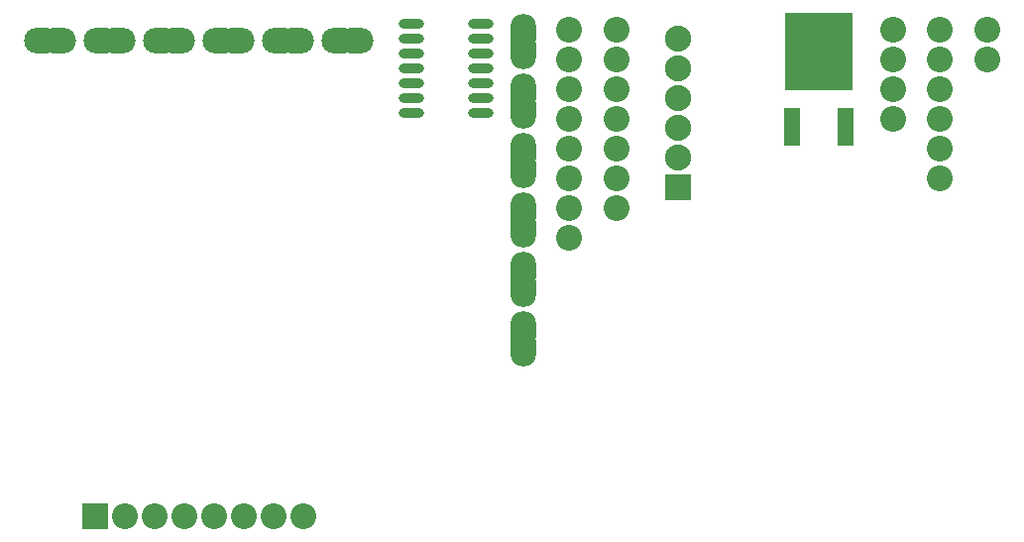
<source format=gts>
G04*
G04 #@! TF.GenerationSoftware,Altium Limited,Altium Designer,22.5.1 (42)*
G04*
G04 Layer_Color=8388736*
%FSLAX44Y44*%
%MOMM*%
G71*
G04*
G04 #@! TF.SameCoordinates,428DBBA7-CA38-4E35-A069-69FE0EE86696*
G04*
G04*
G04 #@! TF.FilePolarity,Negative*
G04*
G01*
G75*
%ADD18R,5.7532X6.6032*%
%ADD19R,1.4532X3.2032*%
%ADD20O,2.2032X0.8032*%
%ADD21C,2.2032*%
%ADD22R,2.2352X2.2352*%
%ADD23C,2.2352*%
%ADD24O,2.2032X3.2032*%
%ADD25O,3.0032X2.2032*%
%ADD26R,2.2032X2.2032*%
D18*
X-3048Y210366D02*
D03*
D19*
X19852Y145866D02*
D03*
X-25948D02*
D03*
D20*
X-351568Y233856D02*
D03*
Y221156D02*
D03*
Y208456D02*
D03*
Y195756D02*
D03*
Y183056D02*
D03*
Y170356D02*
D03*
Y157656D02*
D03*
X-292068Y221156D02*
D03*
Y208456D02*
D03*
Y195756D02*
D03*
Y183056D02*
D03*
Y170356D02*
D03*
Y157656D02*
D03*
Y233856D02*
D03*
D21*
X140462Y203376D02*
D03*
Y228776D02*
D03*
X99822Y229086D02*
D03*
Y203686D02*
D03*
Y178286D02*
D03*
Y152886D02*
D03*
Y127486D02*
D03*
Y102086D02*
D03*
X60452Y229086D02*
D03*
Y203686D02*
D03*
Y178286D02*
D03*
Y152886D02*
D03*
X-175768Y76686D02*
D03*
Y102086D02*
D03*
Y127486D02*
D03*
Y152886D02*
D03*
Y178286D02*
D03*
Y203686D02*
D03*
Y229086D02*
D03*
X-216408D02*
D03*
Y203686D02*
D03*
Y178286D02*
D03*
Y152886D02*
D03*
Y127486D02*
D03*
Y102086D02*
D03*
Y76686D02*
D03*
Y51286D02*
D03*
X-596138Y-186514D02*
D03*
X-443738D02*
D03*
X-519938D02*
D03*
X-545338D02*
D03*
X-570738D02*
D03*
X-469138D02*
D03*
X-494538D02*
D03*
D22*
X-123698Y94156D02*
D03*
D23*
Y119556D02*
D03*
Y195756D02*
D03*
Y170356D02*
D03*
Y144956D02*
D03*
Y221156D02*
D03*
D24*
X-255778Y-42984D02*
D03*
Y-27784D02*
D03*
Y7816D02*
D03*
Y23016D02*
D03*
Y58616D02*
D03*
Y73816D02*
D03*
Y109416D02*
D03*
Y124616D02*
D03*
Y160216D02*
D03*
Y175416D02*
D03*
Y211016D02*
D03*
Y226216D02*
D03*
D25*
X-652438Y219886D02*
D03*
X-666838D02*
D03*
X-500038D02*
D03*
X-449238D02*
D03*
X-463638D02*
D03*
X-616038D02*
D03*
X-601638D02*
D03*
X-550838D02*
D03*
X-565238D02*
D03*
X-514438D02*
D03*
X-398438D02*
D03*
X-412838D02*
D03*
D26*
X-621538Y-186514D02*
D03*
M02*

</source>
